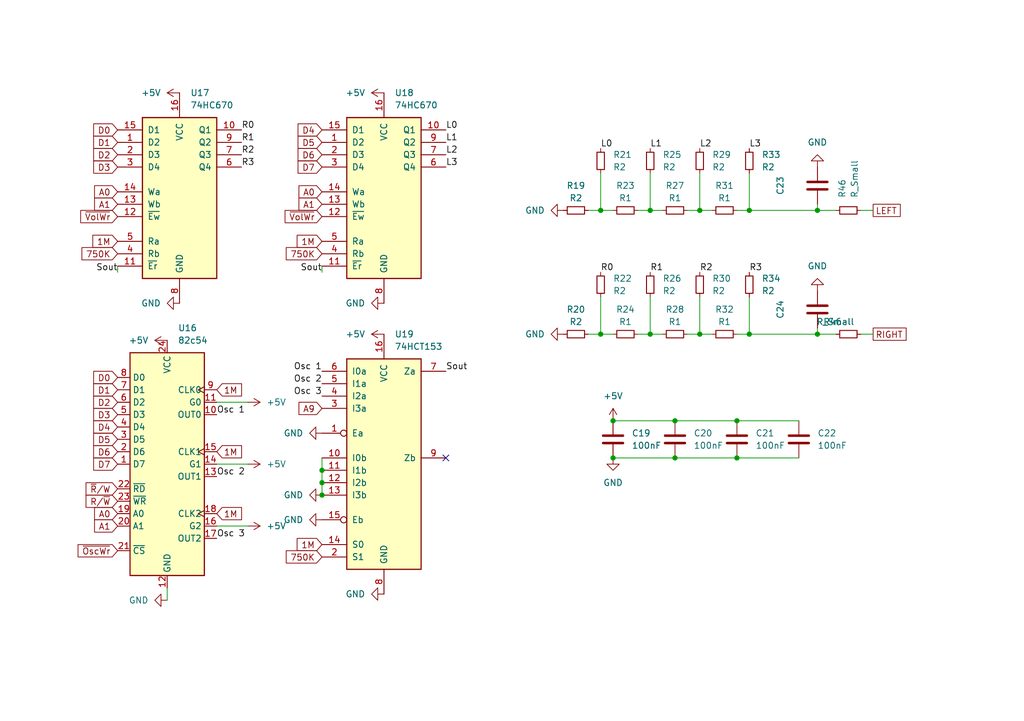
<source format=kicad_sch>
(kicad_sch (version 20230121) (generator eeschema)
  (paper "A5")
  (title_block (title "Audio"))
  (lib_symbols
    (symbol "74xx:74LS153" (pin_names (offset 1.016))
      (property "Reference" "U" (at -7.62 21.59 0))
      (property "Value" "74LS153" (at -7.62 -24.13 0))
      (symbol "74LS153_1_0"
        (pin input inverted (at -12.7 5.08 0) (length 5.08) (name "Ea") (number "1"))
        (pin input line (at -12.7 0 0) (length 5.08) (name "I0b") (number "10"))
        (pin input line (at -12.7 -2.54 0) (length 5.08) (name "I1b") (number "11"))
        (pin input line (at -12.7 -5.08 0) (length 5.08) (name "I2b") (number "12"))
        (pin input line (at -12.7 -7.62 0) (length 5.08) (name "I3b") (number "13"))
        (pin input line (at -12.7 -17.78 0) (length 5.08) (name "S0") (number "14"))
        (pin input inverted (at -12.7 -12.7 0) (length 5.08) (name "Eb") (number "15"))
        (pin power_in line (at 0 25.4 270) (length 5.08) (name "VCC") (number "16"))
        (pin input line (at -12.7 -20.32 0) (length 5.08) (name "S1") (number "2"))
        (pin input line (at -12.7 10.16 0) (length 5.08) (name "I3a") (number "3"))
        (pin input line (at -12.7 12.7 0) (length 5.08) (name "I2a") (number "4"))
        (pin input line (at -12.7 15.24 0) (length 5.08) (name "I1a") (number "5"))
        (pin input line (at -12.7 17.78 0) (length 5.08) (name "I0a") (number "6"))
        (pin output line (at 12.7 17.78 180) (length 5.08) (name "Za") (number "7"))
        (pin power_in line (at 0 -27.94 90) (length 5.08) (name "GND") (number "8"))
        (pin output line (at 12.7 0 180) (length 5.08) (name "Zb") (number "9"))
      )
      (symbol "74LS153_1_1"
        (rectangle (start -7.62 20.32) (end 7.62 -22.86) (stroke (width 0.254)) (fill (type background)))
      )
    )
    (symbol "74xx:74LS670" (pin_names (offset 1.016))
      (property "Reference" "U" (at -7.62 16.51 0))
      (property "Value" "74LS670" (at -7.62 -19.05 0))
      (symbol "74LS670_1_0"
        (pin input line (at -12.7 10.16 0) (length 5.08) (name "D2") (number "1"))
        (pin tri_state line (at 12.7 12.7 180) (length 5.08) (name "Q1") (number "10"))
        (pin input line (at -12.7 -15.24 0) (length 5.08) (name "~{Er}") (number "11"))
        (pin input line (at -12.7 -5.08 0) (length 5.08) (name "~{Ew}") (number "12"))
        (pin input line (at -12.7 -2.54 0) (length 5.08) (name "Wb") (number "13"))
        (pin input line (at -12.7 0 0) (length 5.08) (name "Wa") (number "14"))
        (pin input line (at -12.7 12.7 0) (length 5.08) (name "D1") (number "15"))
        (pin power_in line (at 0 20.32 270) (length 5.08) (name "VCC") (number "16"))
        (pin input line (at -12.7 7.62 0) (length 5.08) (name "D3") (number "2"))
        (pin input line (at -12.7 5.08 0) (length 5.08) (name "D4") (number "3"))
        (pin input line (at -12.7 -12.7 0) (length 5.08) (name "Rb") (number "4"))
        (pin input line (at -12.7 -10.16 0) (length 5.08) (name "Ra") (number "5"))
        (pin tri_state line (at 12.7 5.08 180) (length 5.08) (name "Q4") (number "6"))
        (pin tri_state line (at 12.7 7.62 180) (length 5.08) (name "Q3") (number "7"))
        (pin power_in line (at 0 -22.86 90) (length 5.08) (name "GND") (number "8"))
        (pin tri_state line (at 12.7 10.16 180) (length 5.08) (name "Q2") (number "9"))
      )
      (symbol "74LS670_1_1"
        (rectangle (start -7.62 15.24) (end 7.62 -17.78) (stroke (width 0.254)) (fill (type background)))
      )
    )
    (symbol "Device:C" (pin_numbers hide) (pin_names (offset 0.254))
      (property "Reference" "C" (at 0.635 2.54 0))
      (property "Value" "C" (at 0.635 -2.54 0))
      (symbol "C_0_1"
        (polyline (pts (xy -2.032 -0.762) (xy 2.032 -0.762)) (stroke (width 0.508)))
        (polyline (pts (xy -2.032 0.762) (xy 2.032 0.762)) (stroke (width 0.508)))
      )
      (symbol "C_1_1"
        (pin passive line (at 0 3.81 270) (length 2.794) (name "~") (number "1"))
        (pin passive line (at 0 -3.81 90) (length 2.794) (name "~") (number "2"))
      )
    )
    (symbol "Device:R_Small" (pin_numbers hide) (pin_names (offset 0.254) hide)
      (property "Reference" "R" (at 0.762 0.508 0))
      (property "Value" "R_Small" (at 0.762 -1.016 0))
      (symbol "R_Small_0_1"
        (rectangle (start -0.762 1.778) (end 0.762 -1.778) (stroke (width 0.2032)))
      )
      (symbol "R_Small_1_1"
        (pin passive line (at 0 2.54 270) (length 0.762) (name "~") (number "1"))
        (pin passive line (at 0 -2.54 90) (length 0.762) (name "~") (number "2"))
      )
    )
    (symbol "Timer:82C54"
      (property "Reference" "U" (at -5.08 24.13 0))
      (property "Value" "82C54" (at 2.54 24.13 0))
      (symbol "82C54_0_1"
        (rectangle (start -7.62 -22.86) (end 7.62 22.86) (stroke (width 0.254)) (fill (type background)))
      )
      (symbol "82C54_1_1"
        (pin bidirectional line (at -10.16 0 0) (length 2.54) (name "D7") (number "1"))
        (pin output line (at 10.16 10.16 180) (length 2.54) (name "OUT0") (number "10"))
        (pin input line (at 10.16 12.7 180) (length 2.54) (name "G0") (number "11"))
        (pin power_in line (at 0 -25.4 90) (length 2.54) (name "GND") (number "12"))
        (pin output line (at 10.16 -2.54 180) (length 2.54) (name "OUT1") (number "13"))
        (pin input line (at 10.16 0 180) (length 2.54) (name "G1") (number "14"))
        (pin input clock (at 10.16 2.54 180) (length 2.54) (name "CLK1") (number "15"))
        (pin input line (at 10.16 -12.7 180) (length 2.54) (name "G2") (number "16"))
        (pin output line (at 10.16 -15.24 180) (length 2.54) (name "OUT2") (number "17"))
        (pin input clock (at 10.16 -10.16 180) (length 2.54) (name "CLK2") (number "18"))
        (pin input line (at -10.16 -10.16 0) (length 2.54) (name "A0") (number "19"))
        (pin bidirectional line (at -10.16 2.54 0) (length 2.54) (name "D6") (number "2"))
        (pin input line (at -10.16 -12.7 0) (length 2.54) (name "A1") (number "20"))
        (pin input line (at -10.16 -17.78 0) (length 2.54) (name "~{CS}") (number "21"))
        (pin input line (at -10.16 -5.08 0) (length 2.54) (name "~{RD}") (number "22"))
        (pin input line (at -10.16 -7.62 0) (length 2.54) (name "~{WR}") (number "23"))
        (pin power_in line (at 0 25.4 270) (length 2.54) (name "VCC") (number "24"))
        (pin bidirectional line (at -10.16 5.08 0) (length 2.54) (name "D5") (number "3"))
        (pin bidirectional line (at -10.16 7.62 0) (length 2.54) (name "D4") (number "4"))
        (pin bidirectional line (at -10.16 10.16 0) (length 2.54) (name "D3") (number "5"))
        (pin bidirectional line (at -10.16 12.7 0) (length 2.54) (name "D2") (number "6"))
        (pin bidirectional line (at -10.16 15.24 0) (length 2.54) (name "D1") (number "7"))
        (pin bidirectional line (at -10.16 17.78 0) (length 2.54) (name "D0") (number "8"))
        (pin input clock (at 10.16 15.24 180) (length 2.54) (name "CLK0") (number "9"))
      )
    )
    (symbol "power:+5V" (power) (pin_names (offset 0))
      (property "Value" "+5V" (at 0 3.556 0))
      (symbol "+5V_0_1"
        (polyline (pts (xy -0.762 1.27) (xy 0 2.54)))
        (polyline (pts (xy 0 0) (xy 0 2.54)))
        (polyline (pts (xy 0 2.54) (xy 0.762 1.27)))
      )
      (symbol "+5V_1_1"
        (pin power_in line (at 0 0 90) (length 0) hide (name "+5V") (number "1"))
      )
    )
    (symbol "power:GND" (power) (pin_names (offset 0))
      (property "Value" "GND" (at 0 -3.81 0))
      (symbol "GND_0_1"
        (polyline (pts (xy 0 0) (xy 0 -1.27) (xy 1.27 -1.27) (xy 0 -2.54) (xy -1.27 -1.27) (xy 0 -1.27)))
      )
      (symbol "GND_1_1"
        (pin power_in line (at 0 0 270) (length 0) hide (name "GND") (number "1"))
      )
    )
  )
  (junction (at 138.43 86.36))
  (junction (at 153.67 68.58))
  (junction (at 125.73 86.36))
  (junction (at 167.64 68.58))
  (junction (at 151.13 86.36))
  (junction (at 123.19 68.58))
  (junction (at 133.35 68.58))
  (junction (at 143.51 43.18))
  (junction (at 133.35 43.18))
  (junction (at 125.73 93.98))
  (junction (at 123.19 43.18))
  (junction (at 66.04 99.06))
  (junction (at 167.64 43.18))
  (junction (at 66.04 101.6))
  (junction (at 138.43 93.98))
  (junction (at 143.51 68.58))
  (junction (at 66.04 96.52))
  (junction (at 153.67 43.18))
  (junction (at 151.13 93.98))
  (no_connect (at 91.44 93.98))
  (wire (pts (xy 140.97 43.18) (xy 143.51 43.18)))
  (wire (pts (xy 50.8 82.55) (xy 44.45 82.55)))
  (wire (pts (xy 123.19 60.96) (xy 123.19 68.58)))
  (wire (pts (xy 125.73 86.36) (xy 138.43 86.36)))
  (wire (pts (xy 153.67 43.18) (xy 167.64 43.18)))
  (wire (pts (xy 120.65 43.18) (xy 123.19 43.18)))
  (wire (pts (xy 167.64 68.58) (xy 167.64 67.31)))
  (wire (pts (xy 130.81 43.18) (xy 133.35 43.18)))
  (wire (pts (xy 138.43 93.98) (xy 151.13 93.98)))
  (wire (pts (xy 151.13 68.58) (xy 153.67 68.58)))
  (wire (pts (xy 151.13 93.98) (xy 163.83 93.98)))
  (wire (pts (xy 176.53 68.58) (xy 179.07 68.58)))
  (wire (pts (xy 171.45 68.58) (xy 167.64 68.58)))
  (wire (pts (xy 171.45 43.18) (xy 167.64 43.18)))
  (wire (pts (xy 138.43 86.36) (xy 151.13 86.36)))
  (wire (pts (xy 24.13 55.88) (xy 24.13 54.61)))
  (wire (pts (xy 167.64 43.18) (xy 167.64 41.91)))
  (wire (pts (xy 133.35 68.58) (xy 135.89 68.58)))
  (wire (pts (xy 151.13 86.36) (xy 163.83 86.36)))
  (wire (pts (xy 125.73 93.98) (xy 138.43 93.98)))
  (wire (pts (xy 130.81 68.58) (xy 133.35 68.58)))
  (wire (pts (xy 66.04 55.88) (xy 66.04 54.61)))
  (wire (pts (xy 66.04 93.98) (xy 66.04 96.52)))
  (wire (pts (xy 153.67 68.58) (xy 167.64 68.58)))
  (wire (pts (xy 151.13 43.18) (xy 153.67 43.18)))
  (wire (pts (xy 143.51 35.56) (xy 143.51 43.18)))
  (wire (pts (xy 34.29 123.19) (xy 34.29 120.65)))
  (wire (pts (xy 123.19 43.18) (xy 125.73 43.18)))
  (wire (pts (xy 66.04 99.06) (xy 66.04 101.6)))
  (wire (pts (xy 133.35 60.96) (xy 133.35 68.58)))
  (wire (pts (xy 123.19 35.56) (xy 123.19 43.18)))
  (wire (pts (xy 140.97 68.58) (xy 143.51 68.58)))
  (wire (pts (xy 143.51 43.18) (xy 146.05 43.18)))
  (wire (pts (xy 143.51 68.58) (xy 146.05 68.58)))
  (wire (pts (xy 123.19 68.58) (xy 125.73 68.58)))
  (wire (pts (xy 176.53 43.18) (xy 179.07 43.18)))
  (wire (pts (xy 133.35 43.18) (xy 135.89 43.18)))
  (wire (pts (xy 153.67 60.96) (xy 153.67 68.58)))
  (wire (pts (xy 120.65 68.58) (xy 123.19 68.58)))
  (wire (pts (xy 153.67 35.56) (xy 153.67 43.18)))
  (wire (pts (xy 133.35 35.56) (xy 133.35 43.18)))
  (wire (pts (xy 143.51 60.96) (xy 143.51 68.58)))
  (wire (pts (xy 50.8 107.95) (xy 44.45 107.95)))
  (wire (pts (xy 66.04 96.52) (xy 66.04 99.06)))
  (wire (pts (xy 50.8 95.25) (xy 44.45 95.25)))
  (label "R2" (at 49.53 31.75 0))
  (label "Sout" (at 24.13 55.88 180))
  (label "L3" (at 153.67 30.48 0))
  (label "Sout" (at 66.04 55.88 180))
  (label "R3" (at 153.67 55.88 0))
  (label "Osc 2" (at 44.45 97.79 0))
  (label "Sout" (at 91.44 76.2 0))
  (label "L3" (at 91.44 34.29 0))
  (label "Osc 3" (at 66.04 81.28 180))
  (label "R3" (at 49.53 34.29 0))
  (label "L2" (at 91.44 31.75 0))
  (label "Osc 1" (at 44.45 85.09 0))
  (label "Osc 2" (at 66.04 78.74 180))
  (label "L1" (at 133.35 30.48 0))
  (label "R1" (at 133.35 55.88 0))
  (label "R1" (at 49.53 29.21 0))
  (label "R0" (at 123.19 55.88 0))
  (label "R0" (at 49.53 26.67 0))
  (label "Osc 1" (at 66.04 76.2 180))
  (label "Osc 3" (at 44.45 110.49 0))
  (label "L2" (at 143.51 30.48 0))
  (label "L0" (at 91.44 26.67 0))
  (label "L1" (at 91.44 29.21 0))
  (label "L0" (at 123.19 30.48 0))
  (label "R2" (at 143.51 55.88 0))
  (global_label "D4" (shape input) (at 24.13 87.63 180) (property "Intersheetrefs" "${INTERSHEET_REFS}" (effects hide)))
  (global_label "A0" (shape input) (at 24.13 105.41 180) (property "Intersheetrefs" "${INTERSHEET_REFS}" (effects hide)))
  (global_label "D6" (shape input) (at 24.13 92.71 180) (property "Intersheetrefs" "${INTERSHEET_REFS}" (effects hide)))
  (global_label "750K" (shape input) (at 66.04 114.3 180) (property "Intersheetrefs" "${INTERSHEET_REFS}" (effects hide)))
  (global_label "1M" (shape input) (at 44.45 105.41 0) (property "Intersheetrefs" "${INTERSHEET_REFS}" (effects hide)))
  (global_label "D3" (shape input) (at 24.13 85.09 180) (property "Intersheetrefs" "${INTERSHEET_REFS}" (effects hide)))
  (global_label "1M" (shape input) (at 24.13 49.53 180) (property "Intersheetrefs" "${INTERSHEET_REFS}" (effects hide)))
  (global_label "D0" (shape input) (at 24.13 26.67 180) (property "Intersheetrefs" "${INTERSHEET_REFS}" (effects hide)))
  (global_label "LEFT" (shape passive) (at 179.07 43.18 0) (property "Intersheetrefs" "${INTERSHEET_REFS}" (effects hide)))
  (global_label "A9" (shape input) (at 66.04 83.82 180) (property "Intersheetrefs" "${INTERSHEET_REFS}" (effects hide)))
  (global_label "D1" (shape input) (at 24.13 29.21 180) (property "Intersheetrefs" "${INTERSHEET_REFS}" (effects hide)))
  (global_label "1M" (shape input) (at 66.04 111.76 180) (property "Intersheetrefs" "${INTERSHEET_REFS}" (effects hide)))
  (global_label "750K" (shape input) (at 66.04 52.07 180) (property "Intersheetrefs" "${INTERSHEET_REFS}" (effects hide)))
  (global_label "D7" (shape input) (at 66.04 34.29 180) (property "Intersheetrefs" "${INTERSHEET_REFS}" (effects hide)))
  (global_label "D5" (shape input) (at 66.04 29.21 180) (property "Intersheetrefs" "${INTERSHEET_REFS}" (effects hide)))
  (global_label "1M" (shape input) (at 44.45 80.01 0) (property "Intersheetrefs" "${INTERSHEET_REFS}" (effects hide)))
  (global_label "A1" (shape input) (at 66.04 41.91 180) (property "Intersheetrefs" "${INTERSHEET_REFS}" (effects hide)))
  (global_label "1M" (shape input) (at 66.04 49.53 180) (property "Intersheetrefs" "${INTERSHEET_REFS}" (effects hide)))
  (global_label "A0" (shape input) (at 24.13 39.37 180) (property "Intersheetrefs" "${INTERSHEET_REFS}" (effects hide)))
  (global_label "D6" (shape input) (at 66.04 31.75 180) (property "Intersheetrefs" "${INTERSHEET_REFS}" (effects hide)))
  (global_label "D4" (shape input) (at 66.04 26.67 180) (property "Intersheetrefs" "${INTERSHEET_REFS}" (effects hide)))
  (global_label "~{VolWr}" (shape input) (at 66.04 44.45 180) (property "Intersheetrefs" "${INTERSHEET_REFS}" (effects hide)))
  (global_label "A1" (shape input) (at 24.13 107.95 180) (property "Intersheetrefs" "${INTERSHEET_REFS}" (effects hide)))
  (global_label "D2" (shape input) (at 24.13 82.55 180) (property "Intersheetrefs" "${INTERSHEET_REFS}" (effects hide)))
  (global_label "D1" (shape input) (at 24.13 80.01 180) (property "Intersheetrefs" "${INTERSHEET_REFS}" (effects hide)))
  (global_label "R{slash}~{W}" (shape input) (at 24.13 102.87 180) (property "Intersheetrefs" "${INTERSHEET_REFS}" (effects hide)))
  (global_label "RIGHT" (shape passive) (at 179.07 68.58 0) (property "Intersheetrefs" "${INTERSHEET_REFS}" (effects hide)))
  (global_label "D3" (shape input) (at 24.13 34.29 180) (property "Intersheetrefs" "${INTERSHEET_REFS}" (effects hide)))
  (global_label "750K" (shape input) (at 24.13 52.07 180) (property "Intersheetrefs" "${INTERSHEET_REFS}" (effects hide)))
  (global_label "A1" (shape input) (at 24.13 41.91 180) (property "Intersheetrefs" "${INTERSHEET_REFS}" (effects hide)))
  (global_label "D0" (shape input) (at 24.13 77.47 180) (property "Intersheetrefs" "${INTERSHEET_REFS}" (effects hide)))
  (global_label "D2" (shape input) (at 24.13 31.75 180) (property "Intersheetrefs" "${INTERSHEET_REFS}" (effects hide)))
  (global_label "1M" (shape input) (at 44.45 92.71 0) (property "Intersheetrefs" "${INTERSHEET_REFS}" (effects hide)))
  (global_label "D5" (shape input) (at 24.13 90.17 180) (property "Intersheetrefs" "${INTERSHEET_REFS}" (effects hide)))
  (global_label "~{VolWr}" (shape input) (at 24.13 44.45 180) (property "Intersheetrefs" "${INTERSHEET_REFS}" (effects hide)))
  (global_label "~{OscWr}" (shape input) (at 24.13 113.03 180) (property "Intersheetrefs" "${INTERSHEET_REFS}" (effects hide)))
  (global_label "A0" (shape input) (at 66.04 39.37 180) (property "Intersheetrefs" "${INTERSHEET_REFS}" (effects hide)))
  (global_label "~{R}{slash}W" (shape input) (at 24.13 100.33 180) (property "Intersheetrefs" "${INTERSHEET_REFS}" (effects hide)))
  (global_label "D7" (shape input) (at 24.13 95.25 180) (property "Intersheetrefs" "${INTERSHEET_REFS}" (effects hide)))
  (symbol (lib_id "Device:R_Small") (at 173.99 68.58 90) (unit 1)
    (property "Reference" "R46" (at 172.72 66.04 90) (effects (justify left)))
    (property "Value" "R_Small" (at 175.26 66.04 90) (effects (justify left)))
    (property "Footprint" "PCM_Resistor_THT_US_AKL:R_Axial_DIN0204_L3.6mm_D1.6mm_P1.90mm_Vertical" (effects hide))
    (instances (project "v0c" (path "" (reference "R46") (unit 1)) (path "" (reference "R36") (unit 1))))
  )
  (symbol (lib_id "Device:C") (at 138.43 90.17 0) (unit 1)
    (property "Reference" "C20" (at 142.24 88.9 0) (effects (justify left)))
    (property "Value" "100nF" (at 142.24 91.44 0) (effects (justify left)))
    (property "Footprint" "Capacitor_THT:C_Disc_D3.0mm_W2.0mm_P2.50mm" (effects hide))
  )
  (symbol (lib_id "power:+5V") (at 78.74 68.58 90) (unit 1)
    (property "Reference" "#PWR084" (effects hide))
    (property "Value" "+5V" (at 74.93 68.58 90) (effects (justify left)))
  )
  (symbol (lib_id "Device:R_Small") (at 118.11 43.18 90) (unit 1)
    (property "Reference" "R19" (at 118.11 38.1 90))
    (property "Value" "R2" (at 118.11 40.64 90))
    (property "Footprint" "Resistor_THT:R_Axial_DIN0204_L3.6mm_D1.6mm_P1.90mm_Vertical" (effects hide))
  )
  (symbol (lib_id "Device:R_Small") (at 123.19 33.02 180) (unit 1)
    (property "Reference" "R21" (at 125.73 31.75 0) (effects (justify right)))
    (property "Value" "R2" (at 125.73 34.29 0) (effects (justify right)))
    (property "Footprint" "Resistor_THT:R_Axial_DIN0204_L3.6mm_D1.6mm_P1.90mm_Vertical" (effects hide))
  )
  (symbol (lib_id "power:GND") (at 66.04 101.6 270) (unit 1)
    (property "Reference" "#PWR080" (effects hide))
    (property "Value" "GND" (at 62.23 101.6 90) (effects (justify right)))
  )
  (symbol (lib_id "power:GND") (at 167.64 34.29 180) (unit 1)
    (property "Reference" "#PWR0134" (effects hide))
    (property "Value" "GND" (at 167.64 29.21 0))
    (instances (project "v0c" (path "" (reference "#PWR0134") (unit 1)) (path "" (reference "#PWR090") (unit 1))))
  )
  (symbol (lib_id "74xx:74LS153") (at 78.74 93.98 0) (unit 1)
    (property "Reference" "U19" (at 80.9341 68.58 0) (effects (justify left)))
    (property "Value" "74HCT153" (at 80.9341 71.12 0) (effects (justify left)))
    (property "Footprint" "PCM_Package_DIP_AKL:DIP-16_W7.62mm_Socket_LongPads" (effects hide))
    (property "Datasheet" "http://www.ti.com/lit/gpn/sn74LS153" (effects hide))
  )
  (symbol (lib_id "Device:R_Small") (at 133.35 33.02 180) (unit 1)
    (property "Reference" "R25" (at 135.89 31.75 0) (effects (justify right)))
    (property "Value" "R2" (at 135.89 34.29 0) (effects (justify right)))
    (property "Footprint" "Resistor_THT:R_Axial_DIN0204_L3.6mm_D1.6mm_P1.90mm_Vertical" (effects hide))
  )
  (symbol (lib_id "power:+5V") (at 50.8 95.25 270) (unit 1)
    (property "Reference" "#PWR077" (effects hide))
    (property "Value" "+5V" (at 54.61 95.25 90) (effects (justify left)))
  )
  (symbol (lib_id "Device:C") (at 167.64 38.1 0) (unit 1)
    (property "Reference" "C23" (at 160.02 38.1 90))
    (property "Value" "100nF" (effects hide))
    (property "Footprint" "Capacitor_THT:C_Disc_D3.0mm_W2.0mm_P2.50mm" (effects hide))
    (instances (project "v0c" (path "" (reference "C23") (unit 1)) (path "" (reference "C7") (unit 1)) (path "" (reference "C31") (unit 1))))
  )
  (symbol (lib_id "power:GND") (at 36.83 62.23 270) (unit 1)
    (property "Reference" "#PWR075" (effects hide))
    (property "Value" "GND" (at 33.02 62.23 90) (effects (justify right)))
  )
  (symbol (lib_id "74xx:74LS670") (at 36.83 39.37 0) (unit 1)
    (property "Reference" "U17" (at 39.0241 19.05 0) (effects (justify left)))
    (property "Value" "74HC670" (at 39.0241 21.59 0) (effects (justify left)))
    (property "Footprint" "PCM_Package_DIP_AKL:DIP-16_W7.62mm_Socket_LongPads" (effects hide))
    (property "Datasheet" "http://www.ti.com/lit/gpn/sn74LS670" (effects hide))
  )
  (symbol (lib_id "Timer:82C54") (at 34.29 95.25 0) (unit 1)
    (property "Reference" "U16" (at 36.4841 67.31 0) (effects (justify left)))
    (property "Value" "82c54" (at 36.4841 69.85 0) (effects (justify left)))
    (property "Footprint" "PCM_Package_DIP_AKL:DIP-24_W15.24mm_Socket_LongPads" (effects hide))
    (property "Datasheet" "http://download.intel.com/design/archives/periphrl/docs/23124406.pdf" (effects hide))
  )
  (symbol (lib_id "power:+5V") (at 50.8 107.95 270) (unit 1)
    (property "Reference" "#PWR078" (effects hide))
    (property "Value" "+5V" (at 54.61 107.95 90) (effects (justify left)))
  )
  (symbol (lib_id "Device:R_Small") (at 138.43 43.18 90) (unit 1)
    (property "Reference" "R27" (at 138.43 38.1 90))
    (property "Value" "R1" (at 138.43 40.64 90))
    (property "Footprint" "Resistor_THT:R_Axial_DIN0204_L3.6mm_D1.6mm_P1.90mm_Vertical" (effects hide))
  )
  (symbol (lib_id "power:GND") (at 34.29 123.19 270) (unit 1)
    (property "Reference" "#PWR073" (effects hide))
    (property "Value" "GND" (at 30.48 123.19 90) (effects (justify right)))
  )
  (symbol (lib_id "power:+5V") (at 78.74 19.05 90) (unit 1)
    (property "Reference" "#PWR082" (effects hide))
    (property "Value" "+5V" (at 74.93 19.05 90) (effects (justify left)))
  )
  (symbol (lib_id "Device:R_Small") (at 123.19 58.42 180) (unit 1)
    (property "Reference" "R22" (at 125.73 57.15 0) (effects (justify right)))
    (property "Value" "R2" (at 125.73 59.69 0) (effects (justify right)))
    (property "Footprint" "Resistor_THT:R_Axial_DIN0204_L3.6mm_D1.6mm_P1.90mm_Vertical" (effects hide))
  )
  (symbol (lib_id "74xx:74LS670") (at 78.74 39.37 0) (unit 1)
    (property "Reference" "U18" (at 80.9341 19.05 0) (effects (justify left)))
    (property "Value" "74HC670" (at 80.9341 21.59 0) (effects (justify left)))
    (property "Footprint" "PCM_Package_DIP_AKL:DIP-16_W7.62mm_Socket_LongPads" (effects hide))
    (property "Datasheet" "http://www.ti.com/lit/gpn/sn74LS670" (effects hide))
  )
  (symbol (lib_id "Device:R_Small") (at 143.51 58.42 180) (unit 1)
    (property "Reference" "R30" (at 146.05 57.15 0) (effects (justify right)))
    (property "Value" "R2" (at 146.05 59.69 0) (effects (justify right)))
    (property "Footprint" "Resistor_THT:R_Axial_DIN0204_L3.6mm_D1.6mm_P1.90mm_Vertical" (effects hide))
  )
  (symbol (lib_id "Device:R_Small") (at 138.43 68.58 90) (unit 1)
    (property "Reference" "R28" (at 138.43 63.5 90))
    (property "Value" "R1" (at 138.43 66.04 90))
    (property "Footprint" "Resistor_THT:R_Axial_DIN0204_L3.6mm_D1.6mm_P1.90mm_Vertical" (effects hide))
  )
  (symbol (lib_id "Device:C") (at 125.73 90.17 0) (unit 1)
    (property "Reference" "C19" (at 129.54 88.9 0) (effects (justify left)))
    (property "Value" "100nF" (at 129.54 91.44 0) (effects (justify left)))
    (property "Footprint" "Capacitor_THT:C_Disc_D3.0mm_W2.0mm_P2.50mm" (effects hide))
  )
  (symbol (lib_id "Device:R_Small") (at 143.51 33.02 180) (unit 1)
    (property "Reference" "R29" (at 146.05 31.75 0) (effects (justify right)))
    (property "Value" "R2" (at 146.05 34.29 0) (effects (justify right)))
    (property "Footprint" "Resistor_THT:R_Axial_DIN0204_L3.6mm_D1.6mm_P1.90mm_Vertical" (effects hide))
  )
  (symbol (lib_id "Device:R_Small") (at 153.67 58.42 180) (unit 1)
    (property "Reference" "R34" (at 156.21 57.15 0) (effects (justify right)))
    (property "Value" "R2" (at 156.21 59.69 0) (effects (justify right)))
    (property "Footprint" "Resistor_THT:R_Axial_DIN0204_L3.6mm_D1.6mm_P1.90mm_Vertical" (effects hide))
  )
  (symbol (lib_id "Device:C") (at 151.13 90.17 0) (unit 1)
    (property "Reference" "C21" (at 154.94 88.9 0) (effects (justify left)))
    (property "Value" "100nF" (at 154.94 91.44 0) (effects (justify left)))
    (property "Footprint" "Capacitor_THT:C_Disc_D3.0mm_W2.0mm_P2.50mm" (effects hide))
  )
  (symbol (lib_id "Device:R_Small") (at 128.27 43.18 90) (unit 1)
    (property "Reference" "R23" (at 128.27 38.1 90))
    (property "Value" "R1" (at 128.27 40.64 90))
    (property "Footprint" "Resistor_THT:R_Axial_DIN0204_L3.6mm_D1.6mm_P1.90mm_Vertical" (effects hide))
  )
  (symbol (lib_id "Device:R_Small") (at 148.59 43.18 90) (unit 1)
    (property "Reference" "R31" (at 148.59 38.1 90))
    (property "Value" "R1" (at 148.59 40.64 90))
    (property "Footprint" "Resistor_THT:R_Axial_DIN0204_L3.6mm_D1.6mm_P1.90mm_Vertical" (effects hide))
  )
  (symbol (lib_id "power:GND") (at 125.73 93.98 0) (unit 1)
    (property "Reference" "#PWR089" (effects hide))
    (property "Value" "GND" (at 125.73 99.06 0))
  )
  (symbol (lib_id "Device:R_Small") (at 148.59 68.58 90) (unit 1)
    (property "Reference" "R32" (at 148.59 63.5 90))
    (property "Value" "R1" (at 148.59 66.04 90))
    (property "Footprint" "Resistor_THT:R_Axial_DIN0204_L3.6mm_D1.6mm_P1.90mm_Vertical" (effects hide))
  )
  (symbol (lib_id "power:+5V") (at 125.73 86.36 0) (unit 1)
    (property "Reference" "#PWR088" (effects hide))
    (property "Value" "+5V" (at 125.73 81.28 0))
  )
  (symbol (lib_id "Device:R_Small") (at 128.27 68.58 90) (unit 1)
    (property "Reference" "R24" (at 128.27 63.5 90))
    (property "Value" "R1" (at 128.27 66.04 90))
    (property "Footprint" "Resistor_THT:R_Axial_DIN0204_L3.6mm_D1.6mm_P1.90mm_Vertical" (effects hide))
  )
  (symbol (lib_id "Device:R_Small") (at 153.67 33.02 180) (unit 1)
    (property "Reference" "R33" (at 156.21 31.75 0) (effects (justify right)))
    (property "Value" "R2" (at 156.21 34.29 0) (effects (justify right)))
    (property "Footprint" "Resistor_THT:R_Axial_DIN0204_L3.6mm_D1.6mm_P1.90mm_Vertical" (effects hide))
  )
  (symbol (lib_id "Device:R_Small") (at 173.99 43.18 90) (unit 1)
    (property "Reference" "R46" (at 172.72 40.64 0) (effects (justify left)))
    (property "Value" "R_Small" (at 175.26 40.64 0) (effects (justify left)))
    (property "Footprint" "PCM_Resistor_THT_US_AKL:R_Axial_DIN0204_L3.6mm_D1.6mm_P1.90mm_Vertical" (effects hide))
    (instances (project "v0c" (path "" (reference "R46") (unit 1)) (path "" (reference "R35") (unit 1))))
  )
  (symbol (lib_id "power:GND") (at 115.57 43.18 270) (unit 1)
    (property "Reference" "#PWR086" (effects hide))
    (property "Value" "GND" (at 111.76 43.18 90) (effects (justify right)))
  )
  (symbol (lib_id "Device:C") (at 163.83 90.17 0) (unit 1)
    (property "Reference" "C22" (at 167.64 88.9 0) (effects (justify left)))
    (property "Value" "100nF" (at 167.64 91.44 0) (effects (justify left)))
    (property "Footprint" "Capacitor_THT:C_Disc_D3.0mm_W2.0mm_P2.50mm" (effects hide))
  )
  (symbol (lib_id "power:GND") (at 78.74 121.92 270) (unit 1)
    (property "Reference" "#PWR085" (effects hide))
    (property "Value" "GND" (at 74.93 121.92 90) (effects (justify right)))
  )
  (symbol (lib_id "power:+5V") (at 34.29 69.85 90) (unit 1)
    (property "Reference" "#PWR072" (effects hide))
    (property "Value" "+5V" (at 30.48 69.85 90) (effects (justify left)))
  )
  (symbol (lib_id "Device:C") (at 167.64 63.5 0) (unit 1)
    (property "Reference" "C24" (at 160.02 63.5 90))
    (property "Value" "100nF" (effects hide))
    (property "Footprint" "Capacitor_THT:C_Disc_D3.0mm_W2.0mm_P2.50mm" (effects hide))
    (instances (project "v0c" (path "" (reference "C24") (unit 1)) (path "" (reference "C7") (unit 1)) (path "" (reference "C31") (unit 1))))
  )
  (symbol (lib_id "power:+5V") (at 50.8 82.55 270) (unit 1)
    (property "Reference" "#PWR076" (effects hide))
    (property "Value" "+5V" (at 54.61 82.55 90) (effects (justify left)))
  )
  (symbol (lib_id "power:GND") (at 78.74 62.23 270) (unit 1)
    (property "Reference" "#PWR083" (effects hide))
    (property "Value" "GND" (at 74.93 62.23 90) (effects (justify right)))
  )
  (symbol (lib_id "power:+5V") (at 36.83 19.05 90) (unit 1)
    (property "Reference" "#PWR074" (effects hide))
    (property "Value" "+5V" (at 33.02 19.05 90) (effects (justify left)))
  )
  (symbol (lib_id "power:GND") (at 66.04 106.68 270) (unit 1)
    (property "Reference" "#PWR081" (effects hide))
    (property "Value" "GND" (at 62.23 106.68 90) (effects (justify right)))
  )
  (symbol (lib_id "power:GND") (at 115.57 68.58 270) (unit 1)
    (property "Reference" "#PWR087" (effects hide))
    (property "Value" "GND" (at 111.76 68.58 90) (effects (justify right)))
  )
  (symbol (lib_id "power:GND") (at 66.04 88.9 270) (unit 1)
    (property "Reference" "#PWR079" (effects hide))
    (property "Value" "GND" (at 62.23 88.9 90) (effects (justify right)))
  )
  (symbol (lib_id "Device:R_Small") (at 133.35 58.42 180) (unit 1)
    (property "Reference" "R26" (at 135.89 57.15 0) (effects (justify right)))
    (property "Value" "R2" (at 135.89 59.69 0) (effects (justify right)))
    (property "Footprint" "Resistor_THT:R_Axial_DIN0204_L3.6mm_D1.6mm_P1.90mm_Vertical" (effects hide))
  )
  (symbol (lib_id "power:GND") (at 167.64 59.69 180) (unit 1)
    (property "Reference" "#PWR0134" (effects hide))
    (property "Value" "GND" (at 167.64 54.61 0))
    (instances (project "v0c" (path "" (reference "#PWR0134") (unit 1)) (path "" (reference "#PWR091") (unit 1))))
  )
  (symbol (lib_id "Device:R_Small") (at 118.11 68.58 90) (unit 1)
    (property "Reference" "R20" (at 118.11 63.5 90))
    (property "Value" "R2" (at 118.11 66.04 90))
    (property "Footprint" "Resistor_THT:R_Axial_DIN0204_L3.6mm_D1.6mm_P1.90mm_Vertical" (effects hide))
  )
)
</source>
